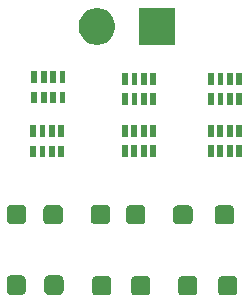
<source format=gbr>
G04 #@! TF.GenerationSoftware,KiCad,Pcbnew,5.0.2-bee76a0~70~ubuntu16.04.1*
G04 #@! TF.CreationDate,2019-12-27T08:03:31-08:00*
G04 #@! TF.ProjectId,Led_tests,4c65645f-7465-4737-9473-2e6b69636164,rev?*
G04 #@! TF.SameCoordinates,Original*
G04 #@! TF.FileFunction,Soldermask,Bot*
G04 #@! TF.FilePolarity,Negative*
%FSLAX46Y46*%
G04 Gerber Fmt 4.6, Leading zero omitted, Abs format (unit mm)*
G04 Created by KiCad (PCBNEW 5.0.2-bee76a0~70~ubuntu16.04.1) date Fri 27 Dec 2019 08:03:31 PST*
%MOMM*%
%LPD*%
G01*
G04 APERTURE LIST*
%ADD10C,0.100000*%
G04 APERTURE END LIST*
D10*
G36*
X38180793Y-36710003D02*
X38245214Y-36729544D01*
X38304576Y-36761275D01*
X38356617Y-36803983D01*
X38399325Y-36856024D01*
X38431056Y-36915386D01*
X38450597Y-36979807D01*
X38457800Y-37052941D01*
X38457800Y-37978659D01*
X38450597Y-38051793D01*
X38431056Y-38116214D01*
X38399325Y-38175576D01*
X38356617Y-38227617D01*
X38304576Y-38270325D01*
X38245214Y-38302056D01*
X38180793Y-38321597D01*
X38107659Y-38328800D01*
X37181941Y-38328800D01*
X37108807Y-38321597D01*
X37044386Y-38302056D01*
X36985024Y-38270325D01*
X36932983Y-38227617D01*
X36890275Y-38175576D01*
X36858544Y-38116214D01*
X36839003Y-38051793D01*
X36831800Y-37978659D01*
X36831800Y-37052941D01*
X36839003Y-36979807D01*
X36858544Y-36915386D01*
X36890275Y-36856024D01*
X36932983Y-36803983D01*
X36985024Y-36761275D01*
X37044386Y-36729544D01*
X37108807Y-36710003D01*
X37181941Y-36702800D01*
X38107659Y-36702800D01*
X38180793Y-36710003D01*
X38180793Y-36710003D01*
G37*
G36*
X41480793Y-36710003D02*
X41545214Y-36729544D01*
X41604576Y-36761275D01*
X41656617Y-36803983D01*
X41699325Y-36856024D01*
X41731056Y-36915386D01*
X41750597Y-36979807D01*
X41757800Y-37052941D01*
X41757800Y-37978659D01*
X41750597Y-38051793D01*
X41731056Y-38116214D01*
X41699325Y-38175576D01*
X41656617Y-38227617D01*
X41604576Y-38270325D01*
X41545214Y-38302056D01*
X41480793Y-38321597D01*
X41407659Y-38328800D01*
X40481941Y-38328800D01*
X40408807Y-38321597D01*
X40344386Y-38302056D01*
X40285024Y-38270325D01*
X40232983Y-38227617D01*
X40190275Y-38175576D01*
X40158544Y-38116214D01*
X40139003Y-38051793D01*
X40131800Y-37978659D01*
X40131800Y-37052941D01*
X40139003Y-36979807D01*
X40158544Y-36915386D01*
X40190275Y-36856024D01*
X40232983Y-36803983D01*
X40285024Y-36761275D01*
X40344386Y-36729544D01*
X40408807Y-36710003D01*
X40481941Y-36702800D01*
X41407659Y-36702800D01*
X41480793Y-36710003D01*
X41480793Y-36710003D01*
G37*
G36*
X45468593Y-36710003D02*
X45533014Y-36729544D01*
X45592376Y-36761275D01*
X45644417Y-36803983D01*
X45687125Y-36856024D01*
X45718856Y-36915386D01*
X45738397Y-36979807D01*
X45745600Y-37052941D01*
X45745600Y-37978659D01*
X45738397Y-38051793D01*
X45718856Y-38116214D01*
X45687125Y-38175576D01*
X45644417Y-38227617D01*
X45592376Y-38270325D01*
X45533014Y-38302056D01*
X45468593Y-38321597D01*
X45395459Y-38328800D01*
X44469741Y-38328800D01*
X44396607Y-38321597D01*
X44332186Y-38302056D01*
X44272824Y-38270325D01*
X44220783Y-38227617D01*
X44178075Y-38175576D01*
X44146344Y-38116214D01*
X44126803Y-38051793D01*
X44119600Y-37978659D01*
X44119600Y-37052941D01*
X44126803Y-36979807D01*
X44146344Y-36915386D01*
X44178075Y-36856024D01*
X44220783Y-36803983D01*
X44272824Y-36761275D01*
X44332186Y-36729544D01*
X44396607Y-36710003D01*
X44469741Y-36702800D01*
X45395459Y-36702800D01*
X45468593Y-36710003D01*
X45468593Y-36710003D01*
G37*
G36*
X48868593Y-36710003D02*
X48933014Y-36729544D01*
X48992376Y-36761275D01*
X49044417Y-36803983D01*
X49087125Y-36856024D01*
X49118856Y-36915386D01*
X49138397Y-36979807D01*
X49145600Y-37052941D01*
X49145600Y-37978659D01*
X49138397Y-38051793D01*
X49118856Y-38116214D01*
X49087125Y-38175576D01*
X49044417Y-38227617D01*
X48992376Y-38270325D01*
X48933014Y-38302056D01*
X48868593Y-38321597D01*
X48795459Y-38328800D01*
X47869741Y-38328800D01*
X47796607Y-38321597D01*
X47732186Y-38302056D01*
X47672824Y-38270325D01*
X47620783Y-38227617D01*
X47578075Y-38175576D01*
X47546344Y-38116214D01*
X47526803Y-38051793D01*
X47519600Y-37978659D01*
X47519600Y-37052941D01*
X47526803Y-36979807D01*
X47546344Y-36915386D01*
X47578075Y-36856024D01*
X47620783Y-36803983D01*
X47672824Y-36761275D01*
X47732186Y-36729544D01*
X47796607Y-36710003D01*
X47869741Y-36702800D01*
X48795459Y-36702800D01*
X48868593Y-36710003D01*
X48868593Y-36710003D01*
G37*
G36*
X30939793Y-36659203D02*
X31004214Y-36678744D01*
X31063576Y-36710475D01*
X31115617Y-36753183D01*
X31158325Y-36805224D01*
X31190056Y-36864586D01*
X31209597Y-36929007D01*
X31216800Y-37002141D01*
X31216800Y-37927859D01*
X31209597Y-38000993D01*
X31190056Y-38065414D01*
X31158325Y-38124776D01*
X31115617Y-38176817D01*
X31063576Y-38219525D01*
X31004214Y-38251256D01*
X30939793Y-38270797D01*
X30866659Y-38278000D01*
X29940941Y-38278000D01*
X29867807Y-38270797D01*
X29803386Y-38251256D01*
X29744024Y-38219525D01*
X29691983Y-38176817D01*
X29649275Y-38124776D01*
X29617544Y-38065414D01*
X29598003Y-38000993D01*
X29590800Y-37927859D01*
X29590800Y-37002141D01*
X29598003Y-36929007D01*
X29617544Y-36864586D01*
X29649275Y-36805224D01*
X29691983Y-36753183D01*
X29744024Y-36710475D01*
X29803386Y-36678744D01*
X29867807Y-36659203D01*
X29940941Y-36652000D01*
X30866659Y-36652000D01*
X30939793Y-36659203D01*
X30939793Y-36659203D01*
G37*
G36*
X34139793Y-36659203D02*
X34204214Y-36678744D01*
X34263576Y-36710475D01*
X34315617Y-36753183D01*
X34358325Y-36805224D01*
X34390056Y-36864586D01*
X34409597Y-36929007D01*
X34416800Y-37002141D01*
X34416800Y-37927859D01*
X34409597Y-38000993D01*
X34390056Y-38065414D01*
X34358325Y-38124776D01*
X34315617Y-38176817D01*
X34263576Y-38219525D01*
X34204214Y-38251256D01*
X34139793Y-38270797D01*
X34066659Y-38278000D01*
X33140941Y-38278000D01*
X33067807Y-38270797D01*
X33003386Y-38251256D01*
X32944024Y-38219525D01*
X32891983Y-38176817D01*
X32849275Y-38124776D01*
X32817544Y-38065414D01*
X32798003Y-38000993D01*
X32790800Y-37927859D01*
X32790800Y-37002141D01*
X32798003Y-36929007D01*
X32817544Y-36864586D01*
X32849275Y-36805224D01*
X32891983Y-36753183D01*
X32944024Y-36710475D01*
X33003386Y-36678744D01*
X33067807Y-36659203D01*
X33140941Y-36652000D01*
X34066659Y-36652000D01*
X34139793Y-36659203D01*
X34139793Y-36659203D01*
G37*
G36*
X48562193Y-30715603D02*
X48626614Y-30735144D01*
X48685976Y-30766875D01*
X48738017Y-30809583D01*
X48780725Y-30861624D01*
X48812456Y-30920986D01*
X48831997Y-30985407D01*
X48839200Y-31058541D01*
X48839200Y-31984259D01*
X48831997Y-32057393D01*
X48812456Y-32121814D01*
X48780725Y-32181176D01*
X48738017Y-32233217D01*
X48685976Y-32275925D01*
X48626614Y-32307656D01*
X48562193Y-32327197D01*
X48489059Y-32334400D01*
X47563341Y-32334400D01*
X47490207Y-32327197D01*
X47425786Y-32307656D01*
X47366424Y-32275925D01*
X47314383Y-32233217D01*
X47271675Y-32181176D01*
X47239944Y-32121814D01*
X47220403Y-32057393D01*
X47213200Y-31984259D01*
X47213200Y-31058541D01*
X47220403Y-30985407D01*
X47239944Y-30920986D01*
X47271675Y-30861624D01*
X47314383Y-30809583D01*
X47366424Y-30766875D01*
X47425786Y-30735144D01*
X47490207Y-30715603D01*
X47563341Y-30708400D01*
X48489059Y-30708400D01*
X48562193Y-30715603D01*
X48562193Y-30715603D01*
G37*
G36*
X45062193Y-30715603D02*
X45126614Y-30735144D01*
X45185976Y-30766875D01*
X45238017Y-30809583D01*
X45280725Y-30861624D01*
X45312456Y-30920986D01*
X45331997Y-30985407D01*
X45339200Y-31058541D01*
X45339200Y-31984259D01*
X45331997Y-32057393D01*
X45312456Y-32121814D01*
X45280725Y-32181176D01*
X45238017Y-32233217D01*
X45185976Y-32275925D01*
X45126614Y-32307656D01*
X45062193Y-32327197D01*
X44989059Y-32334400D01*
X44063341Y-32334400D01*
X43990207Y-32327197D01*
X43925786Y-32307656D01*
X43866424Y-32275925D01*
X43814383Y-32233217D01*
X43771675Y-32181176D01*
X43739944Y-32121814D01*
X43720403Y-32057393D01*
X43713200Y-31984259D01*
X43713200Y-31058541D01*
X43720403Y-30985407D01*
X43739944Y-30920986D01*
X43771675Y-30861624D01*
X43814383Y-30809583D01*
X43866424Y-30766875D01*
X43925786Y-30735144D01*
X43990207Y-30715603D01*
X44063341Y-30708400D01*
X44989059Y-30708400D01*
X45062193Y-30715603D01*
X45062193Y-30715603D01*
G37*
G36*
X38075793Y-30690203D02*
X38140214Y-30709744D01*
X38199576Y-30741475D01*
X38251617Y-30784183D01*
X38294325Y-30836224D01*
X38326056Y-30895586D01*
X38345597Y-30960007D01*
X38352800Y-31033141D01*
X38352800Y-31958859D01*
X38345597Y-32031993D01*
X38326056Y-32096414D01*
X38294325Y-32155776D01*
X38251617Y-32207817D01*
X38199576Y-32250525D01*
X38140214Y-32282256D01*
X38075793Y-32301797D01*
X38002659Y-32309000D01*
X37076941Y-32309000D01*
X37003807Y-32301797D01*
X36939386Y-32282256D01*
X36880024Y-32250525D01*
X36827983Y-32207817D01*
X36785275Y-32155776D01*
X36753544Y-32096414D01*
X36734003Y-32031993D01*
X36726800Y-31958859D01*
X36726800Y-31033141D01*
X36734003Y-30960007D01*
X36753544Y-30895586D01*
X36785275Y-30836224D01*
X36827983Y-30784183D01*
X36880024Y-30741475D01*
X36939386Y-30709744D01*
X37003807Y-30690203D01*
X37076941Y-30683000D01*
X38002659Y-30683000D01*
X38075793Y-30690203D01*
X38075793Y-30690203D01*
G37*
G36*
X34065193Y-30690203D02*
X34129614Y-30709744D01*
X34188976Y-30741475D01*
X34241017Y-30784183D01*
X34283725Y-30836224D01*
X34315456Y-30895586D01*
X34334997Y-30960007D01*
X34342200Y-31033141D01*
X34342200Y-31958859D01*
X34334997Y-32031993D01*
X34315456Y-32096414D01*
X34283725Y-32155776D01*
X34241017Y-32207817D01*
X34188976Y-32250525D01*
X34129614Y-32282256D01*
X34065193Y-32301797D01*
X33992059Y-32309000D01*
X33066341Y-32309000D01*
X32993207Y-32301797D01*
X32928786Y-32282256D01*
X32869424Y-32250525D01*
X32817383Y-32207817D01*
X32774675Y-32155776D01*
X32742944Y-32096414D01*
X32723403Y-32031993D01*
X32716200Y-31958859D01*
X32716200Y-31033141D01*
X32723403Y-30960007D01*
X32742944Y-30895586D01*
X32774675Y-30836224D01*
X32817383Y-30784183D01*
X32869424Y-30741475D01*
X32928786Y-30709744D01*
X32993207Y-30690203D01*
X33066341Y-30683000D01*
X33992059Y-30683000D01*
X34065193Y-30690203D01*
X34065193Y-30690203D01*
G37*
G36*
X30965193Y-30690203D02*
X31029614Y-30709744D01*
X31088976Y-30741475D01*
X31141017Y-30784183D01*
X31183725Y-30836224D01*
X31215456Y-30895586D01*
X31234997Y-30960007D01*
X31242200Y-31033141D01*
X31242200Y-31958859D01*
X31234997Y-32031993D01*
X31215456Y-32096414D01*
X31183725Y-32155776D01*
X31141017Y-32207817D01*
X31088976Y-32250525D01*
X31029614Y-32282256D01*
X30965193Y-32301797D01*
X30892059Y-32309000D01*
X29966341Y-32309000D01*
X29893207Y-32301797D01*
X29828786Y-32282256D01*
X29769424Y-32250525D01*
X29717383Y-32207817D01*
X29674675Y-32155776D01*
X29642944Y-32096414D01*
X29623403Y-32031993D01*
X29616200Y-31958859D01*
X29616200Y-31033141D01*
X29623403Y-30960007D01*
X29642944Y-30895586D01*
X29674675Y-30836224D01*
X29717383Y-30784183D01*
X29769424Y-30741475D01*
X29828786Y-30709744D01*
X29893207Y-30690203D01*
X29966341Y-30683000D01*
X30892059Y-30683000D01*
X30965193Y-30690203D01*
X30965193Y-30690203D01*
G37*
G36*
X41075793Y-30690203D02*
X41140214Y-30709744D01*
X41199576Y-30741475D01*
X41251617Y-30784183D01*
X41294325Y-30836224D01*
X41326056Y-30895586D01*
X41345597Y-30960007D01*
X41352800Y-31033141D01*
X41352800Y-31958859D01*
X41345597Y-32031993D01*
X41326056Y-32096414D01*
X41294325Y-32155776D01*
X41251617Y-32207817D01*
X41199576Y-32250525D01*
X41140214Y-32282256D01*
X41075793Y-32301797D01*
X41002659Y-32309000D01*
X40076941Y-32309000D01*
X40003807Y-32301797D01*
X39939386Y-32282256D01*
X39880024Y-32250525D01*
X39827983Y-32207817D01*
X39785275Y-32155776D01*
X39753544Y-32096414D01*
X39734003Y-32031993D01*
X39726800Y-31958859D01*
X39726800Y-31033141D01*
X39734003Y-30960007D01*
X39753544Y-30895586D01*
X39785275Y-30836224D01*
X39827983Y-30784183D01*
X39880024Y-30741475D01*
X39939386Y-30709744D01*
X40003807Y-30690203D01*
X40076941Y-30683000D01*
X41002659Y-30683000D01*
X41075793Y-30690203D01*
X41075793Y-30690203D01*
G37*
G36*
X34490000Y-26663000D02*
X33988000Y-26663000D01*
X33988000Y-25661000D01*
X34490000Y-25661000D01*
X34490000Y-26663000D01*
X34490000Y-26663000D01*
G37*
G36*
X33690000Y-26663000D02*
X33188000Y-26663000D01*
X33188000Y-25661000D01*
X33690000Y-25661000D01*
X33690000Y-26663000D01*
X33690000Y-26663000D01*
G37*
G36*
X32890000Y-26663000D02*
X32388000Y-26663000D01*
X32388000Y-25661000D01*
X32890000Y-25661000D01*
X32890000Y-26663000D01*
X32890000Y-26663000D01*
G37*
G36*
X32090000Y-26663000D02*
X31588000Y-26663000D01*
X31588000Y-25661000D01*
X32090000Y-25661000D01*
X32090000Y-26663000D01*
X32090000Y-26663000D01*
G37*
G36*
X47152400Y-26635800D02*
X46650400Y-26635800D01*
X46650400Y-25633800D01*
X47152400Y-25633800D01*
X47152400Y-26635800D01*
X47152400Y-26635800D01*
G37*
G36*
X47952400Y-26635800D02*
X47450400Y-26635800D01*
X47450400Y-25633800D01*
X47952400Y-25633800D01*
X47952400Y-26635800D01*
X47952400Y-26635800D01*
G37*
G36*
X48752400Y-26635800D02*
X48250400Y-26635800D01*
X48250400Y-25633800D01*
X48752400Y-25633800D01*
X48752400Y-26635800D01*
X48752400Y-26635800D01*
G37*
G36*
X49552400Y-26635800D02*
X49050400Y-26635800D01*
X49050400Y-25633800D01*
X49552400Y-25633800D01*
X49552400Y-26635800D01*
X49552400Y-26635800D01*
G37*
G36*
X39843400Y-26624000D02*
X39341400Y-26624000D01*
X39341400Y-25622000D01*
X39843400Y-25622000D01*
X39843400Y-26624000D01*
X39843400Y-26624000D01*
G37*
G36*
X42243400Y-26624000D02*
X41741400Y-26624000D01*
X41741400Y-25622000D01*
X42243400Y-25622000D01*
X42243400Y-26624000D01*
X42243400Y-26624000D01*
G37*
G36*
X40643400Y-26624000D02*
X40141400Y-26624000D01*
X40141400Y-25622000D01*
X40643400Y-25622000D01*
X40643400Y-26624000D01*
X40643400Y-26624000D01*
G37*
G36*
X41443400Y-26624000D02*
X40941400Y-26624000D01*
X40941400Y-25622000D01*
X41443400Y-25622000D01*
X41443400Y-26624000D01*
X41443400Y-26624000D01*
G37*
G36*
X32890000Y-24963000D02*
X32388000Y-24963000D01*
X32388000Y-23961000D01*
X32890000Y-23961000D01*
X32890000Y-24963000D01*
X32890000Y-24963000D01*
G37*
G36*
X33690000Y-24963000D02*
X33188000Y-24963000D01*
X33188000Y-23961000D01*
X33690000Y-23961000D01*
X33690000Y-24963000D01*
X33690000Y-24963000D01*
G37*
G36*
X34490000Y-24963000D02*
X33988000Y-24963000D01*
X33988000Y-23961000D01*
X34490000Y-23961000D01*
X34490000Y-24963000D01*
X34490000Y-24963000D01*
G37*
G36*
X32090000Y-24963000D02*
X31588000Y-24963000D01*
X31588000Y-23961000D01*
X32090000Y-23961000D01*
X32090000Y-24963000D01*
X32090000Y-24963000D01*
G37*
G36*
X47152400Y-24935800D02*
X46650400Y-24935800D01*
X46650400Y-23933800D01*
X47152400Y-23933800D01*
X47152400Y-24935800D01*
X47152400Y-24935800D01*
G37*
G36*
X47952400Y-24935800D02*
X47450400Y-24935800D01*
X47450400Y-23933800D01*
X47952400Y-23933800D01*
X47952400Y-24935800D01*
X47952400Y-24935800D01*
G37*
G36*
X49552400Y-24935800D02*
X49050400Y-24935800D01*
X49050400Y-23933800D01*
X49552400Y-23933800D01*
X49552400Y-24935800D01*
X49552400Y-24935800D01*
G37*
G36*
X48752400Y-24935800D02*
X48250400Y-24935800D01*
X48250400Y-23933800D01*
X48752400Y-23933800D01*
X48752400Y-24935800D01*
X48752400Y-24935800D01*
G37*
G36*
X40643400Y-24924000D02*
X40141400Y-24924000D01*
X40141400Y-23922000D01*
X40643400Y-23922000D01*
X40643400Y-24924000D01*
X40643400Y-24924000D01*
G37*
G36*
X41443400Y-24924000D02*
X40941400Y-24924000D01*
X40941400Y-23922000D01*
X41443400Y-23922000D01*
X41443400Y-24924000D01*
X41443400Y-24924000D01*
G37*
G36*
X39843400Y-24924000D02*
X39341400Y-24924000D01*
X39341400Y-23922000D01*
X39843400Y-23922000D01*
X39843400Y-24924000D01*
X39843400Y-24924000D01*
G37*
G36*
X42243400Y-24924000D02*
X41741400Y-24924000D01*
X41741400Y-23922000D01*
X42243400Y-23922000D01*
X42243400Y-24924000D01*
X42243400Y-24924000D01*
G37*
G36*
X48758600Y-22229800D02*
X48256600Y-22229800D01*
X48256600Y-21227800D01*
X48758600Y-21227800D01*
X48758600Y-22229800D01*
X48758600Y-22229800D01*
G37*
G36*
X47958600Y-22229800D02*
X47456600Y-22229800D01*
X47456600Y-21227800D01*
X47958600Y-21227800D01*
X47958600Y-22229800D01*
X47958600Y-22229800D01*
G37*
G36*
X49558600Y-22229800D02*
X49056600Y-22229800D01*
X49056600Y-21227800D01*
X49558600Y-21227800D01*
X49558600Y-22229800D01*
X49558600Y-22229800D01*
G37*
G36*
X47158600Y-22229800D02*
X46656600Y-22229800D01*
X46656600Y-21227800D01*
X47158600Y-21227800D01*
X47158600Y-22229800D01*
X47158600Y-22229800D01*
G37*
G36*
X42275000Y-22192600D02*
X41773000Y-22192600D01*
X41773000Y-21190600D01*
X42275000Y-21190600D01*
X42275000Y-22192600D01*
X42275000Y-22192600D01*
G37*
G36*
X39875000Y-22192600D02*
X39373000Y-22192600D01*
X39373000Y-21190600D01*
X39875000Y-21190600D01*
X39875000Y-22192600D01*
X39875000Y-22192600D01*
G37*
G36*
X40675000Y-22192600D02*
X40173000Y-22192600D01*
X40173000Y-21190600D01*
X40675000Y-21190600D01*
X40675000Y-22192600D01*
X40675000Y-22192600D01*
G37*
G36*
X41475000Y-22192600D02*
X40973000Y-22192600D01*
X40973000Y-21190600D01*
X41475000Y-21190600D01*
X41475000Y-22192600D01*
X41475000Y-22192600D01*
G37*
G36*
X34578800Y-22091000D02*
X34076800Y-22091000D01*
X34076800Y-21089000D01*
X34578800Y-21089000D01*
X34578800Y-22091000D01*
X34578800Y-22091000D01*
G37*
G36*
X32178800Y-22091000D02*
X31676800Y-22091000D01*
X31676800Y-21089000D01*
X32178800Y-21089000D01*
X32178800Y-22091000D01*
X32178800Y-22091000D01*
G37*
G36*
X33778800Y-22091000D02*
X33276800Y-22091000D01*
X33276800Y-21089000D01*
X33778800Y-21089000D01*
X33778800Y-22091000D01*
X33778800Y-22091000D01*
G37*
G36*
X32978800Y-22091000D02*
X32476800Y-22091000D01*
X32476800Y-21089000D01*
X32978800Y-21089000D01*
X32978800Y-22091000D01*
X32978800Y-22091000D01*
G37*
G36*
X49558600Y-20529800D02*
X49056600Y-20529800D01*
X49056600Y-19527800D01*
X49558600Y-19527800D01*
X49558600Y-20529800D01*
X49558600Y-20529800D01*
G37*
G36*
X47158600Y-20529800D02*
X46656600Y-20529800D01*
X46656600Y-19527800D01*
X47158600Y-19527800D01*
X47158600Y-20529800D01*
X47158600Y-20529800D01*
G37*
G36*
X47958600Y-20529800D02*
X47456600Y-20529800D01*
X47456600Y-19527800D01*
X47958600Y-19527800D01*
X47958600Y-20529800D01*
X47958600Y-20529800D01*
G37*
G36*
X48758600Y-20529800D02*
X48256600Y-20529800D01*
X48256600Y-19527800D01*
X48758600Y-19527800D01*
X48758600Y-20529800D01*
X48758600Y-20529800D01*
G37*
G36*
X42275000Y-20492600D02*
X41773000Y-20492600D01*
X41773000Y-19490600D01*
X42275000Y-19490600D01*
X42275000Y-20492600D01*
X42275000Y-20492600D01*
G37*
G36*
X41475000Y-20492600D02*
X40973000Y-20492600D01*
X40973000Y-19490600D01*
X41475000Y-19490600D01*
X41475000Y-20492600D01*
X41475000Y-20492600D01*
G37*
G36*
X40675000Y-20492600D02*
X40173000Y-20492600D01*
X40173000Y-19490600D01*
X40675000Y-19490600D01*
X40675000Y-20492600D01*
X40675000Y-20492600D01*
G37*
G36*
X39875000Y-20492600D02*
X39373000Y-20492600D01*
X39373000Y-19490600D01*
X39875000Y-19490600D01*
X39875000Y-20492600D01*
X39875000Y-20492600D01*
G37*
G36*
X34578800Y-20391000D02*
X34076800Y-20391000D01*
X34076800Y-19389000D01*
X34578800Y-19389000D01*
X34578800Y-20391000D01*
X34578800Y-20391000D01*
G37*
G36*
X33778800Y-20391000D02*
X33276800Y-20391000D01*
X33276800Y-19389000D01*
X33778800Y-19389000D01*
X33778800Y-20391000D01*
X33778800Y-20391000D01*
G37*
G36*
X32978800Y-20391000D02*
X32476800Y-20391000D01*
X32476800Y-19389000D01*
X32978800Y-19389000D01*
X32978800Y-20391000D01*
X32978800Y-20391000D01*
G37*
G36*
X32178800Y-20391000D02*
X31676800Y-20391000D01*
X31676800Y-19389000D01*
X32178800Y-19389000D01*
X32178800Y-20391000D01*
X32178800Y-20391000D01*
G37*
G36*
X43867400Y-17121200D02*
X40765400Y-17121200D01*
X40765400Y-14019200D01*
X43867400Y-14019200D01*
X43867400Y-17121200D01*
X43867400Y-17121200D01*
G37*
G36*
X37588927Y-14058936D02*
X37688810Y-14078804D01*
X37971074Y-14195721D01*
X38225105Y-14365459D01*
X38441141Y-14581495D01*
X38610879Y-14835526D01*
X38727796Y-15117790D01*
X38787400Y-15417440D01*
X38787400Y-15722960D01*
X38727796Y-16022610D01*
X38610879Y-16304874D01*
X38441141Y-16558905D01*
X38225105Y-16774941D01*
X37971074Y-16944679D01*
X37688810Y-17061596D01*
X37588927Y-17081464D01*
X37389162Y-17121200D01*
X37083638Y-17121200D01*
X36883873Y-17081464D01*
X36783990Y-17061596D01*
X36501726Y-16944679D01*
X36247695Y-16774941D01*
X36031659Y-16558905D01*
X35861921Y-16304874D01*
X35745004Y-16022610D01*
X35685400Y-15722960D01*
X35685400Y-15417440D01*
X35745004Y-15117790D01*
X35861921Y-14835526D01*
X36031659Y-14581495D01*
X36247695Y-14365459D01*
X36501726Y-14195721D01*
X36783990Y-14078804D01*
X36883873Y-14058936D01*
X37083638Y-14019200D01*
X37389162Y-14019200D01*
X37588927Y-14058936D01*
X37588927Y-14058936D01*
G37*
M02*

</source>
